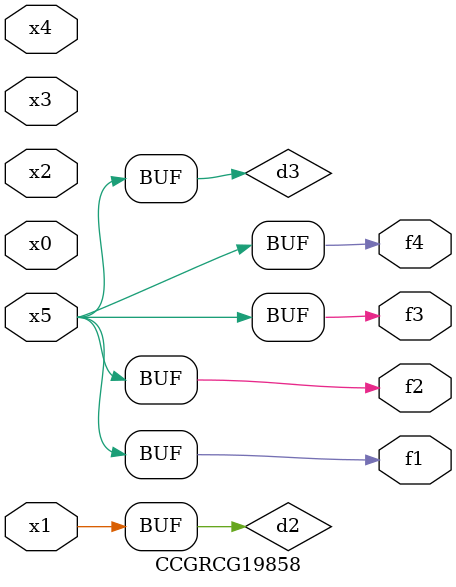
<source format=v>
module CCGRCG19858(
	input x0, x1, x2, x3, x4, x5,
	output f1, f2, f3, f4
);

	wire d1, d2, d3;

	not (d1, x5);
	or (d2, x1);
	xnor (d3, d1);
	assign f1 = d3;
	assign f2 = d3;
	assign f3 = d3;
	assign f4 = d3;
endmodule

</source>
